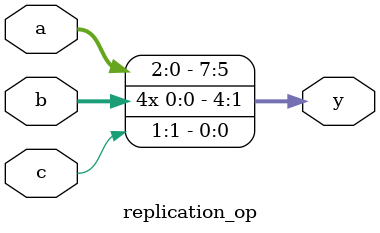
<source format=v>
`timescale 1ns / 1ps


module replication_op(input [2:0]a,input [1:0]b,c,output [7:0]y);
assign y={a,{4{b[0]}},c[1]};
endmodule

</source>
